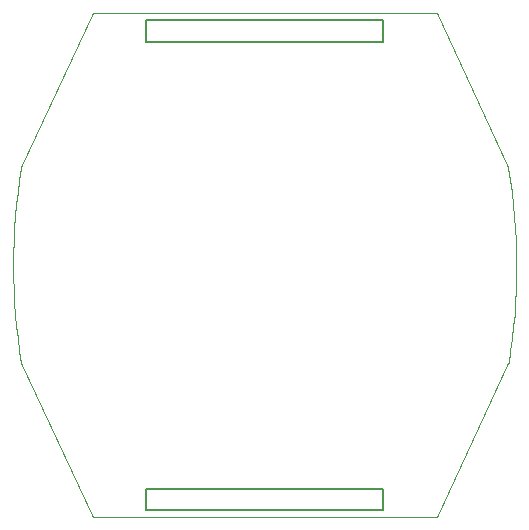
<source format=gbr>
%TF.GenerationSoftware,KiCad,Pcbnew,(5.1.6)-1*%
%TF.CreationDate,2024-07-23T23:35:14+05:30*%
%TF.ProjectId,Project_OAK_MAIN_BRD_V0.1,50726f6a-6563-4745-9f4f-414b5f4d4149,A*%
%TF.SameCoordinates,Original*%
%TF.FileFunction,Profile,NP*%
%FSLAX46Y46*%
G04 Gerber Fmt 4.6, Leading zero omitted, Abs format (unit mm)*
G04 Created by KiCad (PCBNEW (5.1.6)-1) date 2024-07-23 23:35:14*
%MOMM*%
%LPD*%
G01*
G04 APERTURE LIST*
%TA.AperFunction,Profile*%
%ADD10C,0.150000*%
%TD*%
%TA.AperFunction,Profile*%
%ADD11C,0.100000*%
%TD*%
G04 APERTURE END LIST*
D10*
X80492600Y-112395000D02*
X80492600Y-114236500D01*
X70459600Y-72707500D02*
X60426600Y-72707500D01*
X70459600Y-72707500D02*
X80492600Y-72707500D01*
X70459600Y-74549000D02*
X80492600Y-74549000D01*
X60426600Y-72707500D02*
X60426600Y-74549000D01*
X60426600Y-74549000D02*
X70459600Y-74549000D01*
X80492600Y-72707500D02*
X80492600Y-74549000D01*
X70459600Y-114236500D02*
X80492600Y-114236500D01*
X60426600Y-114236500D02*
X70459600Y-114236500D01*
X70459600Y-112395000D02*
X60426600Y-112395000D01*
X60426600Y-112395000D02*
X60426600Y-114236500D01*
X70459600Y-112395000D02*
X80492600Y-112395000D01*
D11*
X55910521Y-72166892D02*
X49852409Y-85157992D01*
X49852409Y-85157992D02*
X49850409Y-85159992D01*
X49850409Y-85159992D02*
X49823240Y-85212792D01*
X49823240Y-85212792D02*
X49666240Y-86239592D01*
X49666240Y-86239592D02*
X49530139Y-87268692D01*
X49530139Y-87268692D02*
X49415140Y-88299592D01*
X49415140Y-88299592D02*
X49321039Y-89332192D01*
X49321039Y-89332192D02*
X49247839Y-90365992D01*
X49247839Y-90365992D02*
X49195740Y-91400792D01*
X49195740Y-91400792D02*
X49164539Y-92436192D01*
X49164539Y-92436192D02*
X49154440Y-93471892D01*
X49154440Y-93471892D02*
X49165240Y-94507592D01*
X49165240Y-94507592D02*
X49197040Y-95542992D01*
X49197040Y-95542992D02*
X49249839Y-96577692D01*
X49249839Y-96577692D02*
X49323740Y-97611392D01*
X49323740Y-97611392D02*
X49418539Y-98643892D01*
X49418539Y-98643892D02*
X49534439Y-99674792D01*
X49534439Y-99674792D02*
X49671240Y-100703692D01*
X49671240Y-100703692D02*
X49829139Y-101730392D01*
X49829139Y-101730392D02*
X49831140Y-101734292D01*
X49831140Y-101734292D02*
X49842939Y-101765492D01*
X49842939Y-101765492D02*
X55911001Y-114778592D01*
X55911001Y-114778592D02*
X85005501Y-114778792D01*
X85005501Y-114778792D02*
X91058201Y-101794792D01*
X91058201Y-101794792D02*
X91097201Y-101730392D01*
X91097201Y-101730392D02*
X91254101Y-100703492D01*
X91254101Y-100703492D02*
X91390102Y-99674492D01*
X91390102Y-99674492D02*
X91505002Y-98643492D01*
X91505002Y-98643492D02*
X91598901Y-97610892D01*
X91598901Y-97610892D02*
X91671901Y-96577092D01*
X91671901Y-96577092D02*
X91723802Y-95542292D01*
X91723802Y-95542292D02*
X91754802Y-94506892D01*
X91754802Y-94506892D02*
X91764701Y-93471192D01*
X91764701Y-93471192D02*
X91753702Y-92435492D01*
X91753702Y-92435492D02*
X91721701Y-91400092D01*
X91721701Y-91400092D02*
X91668701Y-90365392D01*
X91668701Y-90365392D02*
X91594702Y-89331592D01*
X91594702Y-89331592D02*
X91499702Y-88299192D01*
X91499702Y-88299192D02*
X91383801Y-87268292D01*
X91383801Y-87268292D02*
X91246902Y-86239292D01*
X91246902Y-86239292D02*
X91089001Y-85212692D01*
X91089001Y-85212692D02*
X91063601Y-85161892D01*
X91063601Y-85161892D02*
X85004701Y-72165302D01*
X85004701Y-72165302D02*
X55910521Y-72166892D01*
M02*

</source>
